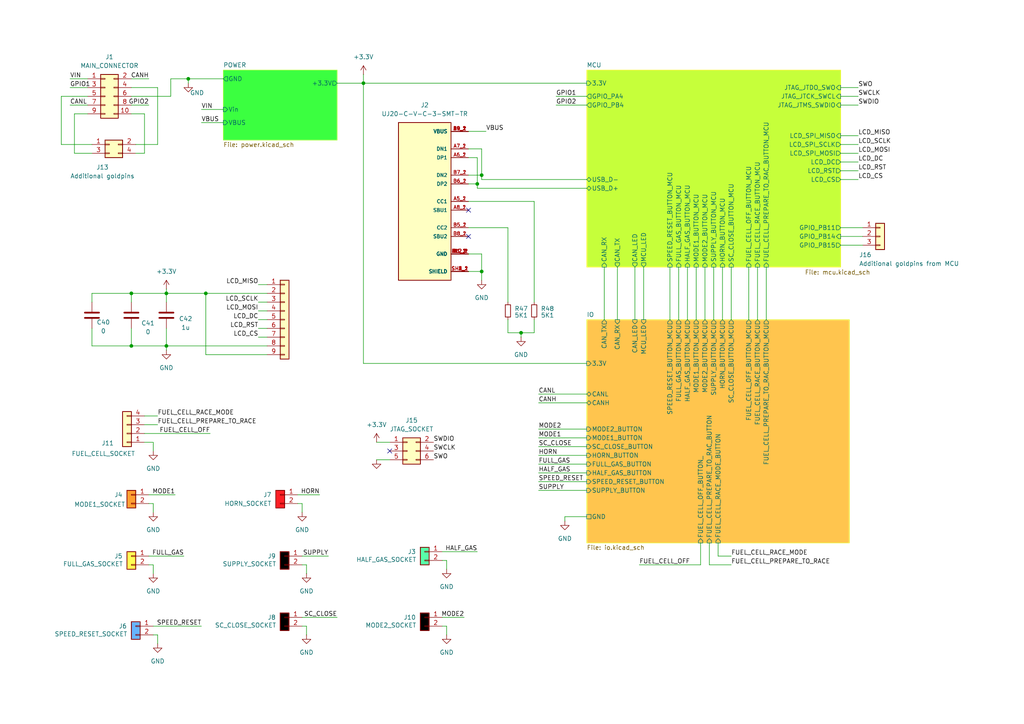
<source format=kicad_sch>
(kicad_sch (version 20250114) (generator "eeschema") (generator_version "9.0")
  (paper "A4")
  (lib_symbols
    (symbol "Conn_01x02_1" (pin_names (offset 1.016) (hide yes))
      (property "Reference" "J7" (at 2.54 0 0))
      (property "Value" "HORN_SOCKET" (at 2.54 -2.54 0))
      (symbol "Conn_01x02_1_1_1"
        (rectangle (start -1.27 1.27) (end 1.27 -3.81) (stroke (width 0.254)) (fill (type color) (color 255 30 36 1)))
        (rectangle (start -1.27 0.127) (end 0 -0.127) (stroke (width 0.1524)))
        (rectangle (start -1.27 -2.413) (end 0 -2.667) (stroke (width 0.1524)))
        (pin passive line (at -5.08 0 0) (length 3.81) (name "Pin_1") (number "1"))
        (pin passive line (at -5.08 -2.54 0) (length 3.81) (name "Pin_2") (number "2"))
      )
    )
    (symbol "Conn_01x02_2" (pin_names (offset 1.016) (hide yes))
      (property "Reference" "J3" (at 2.54 0 0))
      (property "Value" "HALF_GAS_SOCKET" (at 2.413 -2.286 0))
      (symbol "Conn_01x02_2_1_1"
        (rectangle (start -1.27 1.27) (end 1.27 -3.81) (stroke (width 0.254)) (fill (type color) (color 87 255 169 1)))
        (rectangle (start -1.27 0.127) (end 0 -0.127) (stroke (width 0.1524)))
        (rectangle (start -1.27 -2.413) (end 0 -2.667) (stroke (width 0.1524)))
        (pin passive line (at -5.08 0 0) (length 3.81) (name "Pin_1") (number "1"))
        (pin passive line (at -5.08 -2.54 0) (length 3.81) (name "Pin_2") (number "2"))
      )
    )
    (symbol "Conn_01x02_3" (pin_names (offset 1.016) (hide yes))
      (property "Reference" "J4" (at 2.54 0 0))
      (property "Value" "MODE1_SOCKET" (at 1.778 -2.794 0))
      (symbol "Conn_01x02_3_1_1"
        (rectangle (start -1.27 1.27) (end 1.27 -3.81) (stroke (width 0.254)) (fill (type color) (color 255 159 50 1)))
        (rectangle (start -1.27 0.127) (end 0 -0.127) (stroke (width 0.1524)))
        (rectangle (start -1.27 -2.413) (end 0 -2.667) (stroke (width 0.1524)))
        (pin passive line (at -5.08 0 0) (length 3.81) (name "Pin_1") (number "1"))
        (pin passive line (at -5.08 -2.54 0) (length 3.81) (name "Pin_2") (number "2"))
      )
    )
    (symbol "Conn_01x02_4" (pin_names (offset 1.016) (hide yes))
      (property "Reference" "J5" (at 2.54 0 0))
      (property "Value" "FULL_GAS_SOCKET" (at 2.413 -2.286 0))
      (symbol "Conn_01x02_4_1_1"
        (rectangle (start -1.27 1.27) (end 1.27 -3.81) (stroke (width 0.254)) (fill (type color) (color 255 255 83 1)))
        (rectangle (start -1.27 0.127) (end 0 -0.127) (stroke (width 0.1524)))
        (rectangle (start -1.27 -2.413) (end 0 -2.667) (stroke (width 0.1524)))
        (pin passive line (at -5.08 0 0) (length 3.81) (name "Pin_1") (number "1"))
        (pin passive line (at -5.08 -2.54 0) (length 3.81) (name "Pin_2") (number "2"))
      )
    )
    (symbol "Conn_01x02_5" (pin_names (offset 1.016) (hide yes))
      (property "Reference" "J6" (at 2.54 0 0))
      (property "Value" "SPEED_RESET_SOCKET" (at 2.413 -2.286 0))
      (symbol "Conn_01x02_5_1_1"
        (rectangle (start -1.27 1.27) (end 1.27 -3.81) (stroke (width 0.254)) (fill (type color) (color 102 180 255 1)))
        (rectangle (start -1.27 0.127) (end 0 -0.127) (stroke (width 0.1524)))
        (rectangle (start -1.27 -2.413) (end 0 -2.667) (stroke (width 0.1524)))
        (pin passive line (at -5.08 0 0) (length 3.81) (name "Pin_1") (number "1"))
        (pin passive line (at -5.08 -2.54 0) (length 3.81) (name "Pin_2") (number "2"))
      )
    )
    (symbol "Conn_01x02_6" (pin_names (offset 1.016) (hide yes))
      (property "Reference" "J9" (at 2.54 0 0))
      (property "Value" "SUPPLY_SOCKET" (at 2.413 -2.286 0))
      (symbol "Conn_01x02_6_1_1"
        (rectangle (start -1.27 1.27) (end 1.27 -3.81) (stroke (width 0.254)) (fill (type color) (color 0 0 0 1)))
        (rectangle (start -1.27 0.127) (end 0 -0.127) (stroke (width 0.1524)))
        (rectangle (start -1.27 -2.413) (end 0 -2.667) (stroke (width 0.1524)))
        (pin passive line (at -5.08 0 0) (length 3.81) (name "Pin_1") (number "1"))
        (pin passive line (at -5.08 -2.54 0) (length 3.81) (name "Pin_2") (number "2"))
      )
    )
    (symbol "Conn_01x02_7" (pin_names (offset 1.016) (hide yes))
      (property "Reference" "J8" (at 2.54 0 0))
      (property "Value" "SC_CLOSE_SOCKET" (at 2.413 -2.286 0))
      (symbol "Conn_01x02_7_1_1"
        (rectangle (start -1.27 1.27) (end 1.27 -3.81) (stroke (width 0.254)) (fill (type color) (color 0 0 0 1)))
        (rectangle (start -1.27 0.127) (end 0 -0.127) (stroke (width 0.1524)))
        (rectangle (start -1.27 -2.413) (end 0 -2.667) (stroke (width 0.1524)))
        (pin passive line (at -5.08 0 0) (length 3.81) (name "Pin_1") (number "1"))
        (pin passive line (at -5.08 -2.54 0) (length 3.81) (name "Pin_2") (number "2"))
      )
    )
    (symbol "Connector_Generic:Conn_01x02" (pin_names (offset 1.016) (hide yes))
      (property "Reference" "J10" (at 2.54 0 0))
      (property "Value" "MODE2_SOCKET" (at 2.413 -2.286 0))
      (symbol "Conn_01x02_1_1"
        (rectangle (start -1.27 1.27) (end 1.27 -3.81) (stroke (width 0.254)) (fill (type color) (color 0 0 0 1)))
        (rectangle (start -1.27 0.127) (end 0 -0.127) (stroke (width 0.1524)))
        (rectangle (start -1.27 -2.413) (end 0 -2.667) (stroke (width 0.1524)))
        (pin passive line (at -5.08 0 0) (length 3.81) (name "Pin_1") (number "1"))
        (pin passive line (at -5.08 -2.54 0) (length 3.81) (name "Pin_2") (number "2"))
      )
    )
    (symbol "Connector_Generic:Conn_01x03" (pin_names (offset 1.016) (hide yes))
      (property "Reference" "J" (at 0 5.08 0))
      (property "Value" "Conn_01x03" (at 0 -5.08 0))
      (symbol "Conn_01x03_1_1"
        (rectangle (start -1.27 3.81) (end 1.27 -3.81) (stroke (width 0.254)) (fill (type background)))
        (rectangle (start -1.27 2.667) (end 0 2.413) (stroke (width 0.1524)))
        (rectangle (start -1.27 0.127) (end 0 -0.127) (stroke (width 0.1524)))
        (rectangle (start -1.27 -2.413) (end 0 -2.667) (stroke (width 0.1524)))
        (pin passive line (at -5.08 2.54 0) (length 3.81) (name "Pin_1") (number "1"))
        (pin passive line (at -5.08 0 0) (length 3.81) (name "Pin_2") (number "2"))
        (pin passive line (at -5.08 -2.54 0) (length 3.81) (name "Pin_3") (number "3"))
      )
    )
    (symbol "Connector_Generic:Conn_01x04" (pin_names (offset 1.016) (hide yes))
      (property "Reference" "J" (at 0 5.08 0))
      (property "Value" "Conn_01x04" (at 0 -7.62 0))
      (symbol "Conn_01x04_1_1"
        (rectangle (start -1.27 3.81) (end 1.27 -6.35) (stroke (width 0.254)) (fill (type background)))
        (rectangle (start -1.27 2.667) (end 0 2.413) (stroke (width 0.1524)))
        (rectangle (start -1.27 0.127) (end 0 -0.127) (stroke (width 0.1524)))
        (rectangle (start -1.27 -2.413) (end 0 -2.667) (stroke (width 0.1524)))
        (rectangle (start -1.27 -4.953) (end 0 -5.207) (stroke (width 0.1524)))
        (pin passive line (at -5.08 2.54 0) (length 3.81) (name "Pin_1") (number "1"))
        (pin passive line (at -5.08 0 0) (length 3.81) (name "Pin_2") (number "2"))
        (pin passive line (at -5.08 -2.54 0) (length 3.81) (name "Pin_3") (number "3"))
        (pin passive line (at -5.08 -5.08 0) (length 3.81) (name "Pin_4") (number "4"))
      )
    )
    (symbol "Connector_Generic:Conn_01x09" (pin_names (offset 1.016) (hide yes))
      (property "Reference" "J" (at 0 12.7 0))
      (property "Value" "Conn_01x09" (at 0 -12.7 0))
      (symbol "Conn_01x09_1_1"
        (rectangle (start -1.27 11.43) (end 1.27 -11.43) (stroke (width 0.254)) (fill (type background)))
        (rectangle (start -1.27 10.287) (end 0 10.033) (stroke (width 0.1524)))
        (rectangle (start -1.27 7.747) (end 0 7.493) (stroke (width 0.1524)))
        (rectangle (start -1.27 5.207) (end 0 4.953) (stroke (width 0.1524)))
        (rectangle (start -1.27 2.667) (end 0 2.413) (stroke (width 0.1524)))
        (rectangle (start -1.27 0.127) (end 0 -0.127) (stroke (width 0.1524)))
        (rectangle (start -1.27 -2.413) (end 0 -2.667) (stroke (width 0.1524)))
        (rectangle (start -1.27 -4.953) (end 0 -5.207) (stroke (width 0.1524)))
        (rectangle (start -1.27 -7.493) (end 0 -7.747) (stroke (width 0.1524)))
        (rectangle (start -1.27 -10.033) (end 0 -10.287) (stroke (width 0.1524)))
        (pin passive line (at -5.08 10.16 0) (length 3.81) (name "Pin_1") (number "1"))
        (pin passive line (at -5.08 7.62 0) (length 3.81) (name "Pin_2") (number "2"))
        (pin passive line (at -5.08 5.08 0) (length 3.81) (name "Pin_3") (number "3"))
        (pin passive line (at -5.08 2.54 0) (length 3.81) (name "Pin_4") (number "4"))
        (pin passive line (at -5.08 0 0) (length 3.81) (name "Pin_5") (number "5"))
        (pin passive line (at -5.08 -2.54 0) (length 3.81) (name "Pin_6") (number "6"))
        (pin passive line (at -5.08 -5.08 0) (length 3.81) (name "Pin_7") (number "7"))
        (pin passive line (at -5.08 -7.62 0) (length 3.81) (name "Pin_8") (number "8"))
        (pin passive line (at -5.08 -10.16 0) (length 3.81) (name "Pin_9") (number "9"))
      )
    )
    (symbol "Connector_Generic:Conn_02x02_Odd_Even" (pin_names (offset 1.016) (hide yes))
      (property "Reference" "J" (at 1.27 2.54 0))
      (property "Value" "Conn_02x02_Odd_Even" (at 1.27 -5.08 0))
      (symbol "Conn_02x02_Odd_Even_1_1"
        (rectangle (start -1.27 1.27) (end 3.81 -3.81) (stroke (width 0.254)) (fill (type background)))
        (rectangle (start -1.27 0.127) (end 0 -0.127) (stroke (width 0.1524)))
        (rectangle (start -1.27 -2.413) (end 0 -2.667) (stroke (width 0.1524)))
        (rectangle (start 3.81 0.127) (end 2.54 -0.127) (stroke (width 0.1524)))
        (rectangle (start 3.81 -2.413) (end 2.54 -2.667) (stroke (width 0.1524)))
        (pin passive line (at -5.08 0 0) (length 3.81) (name "Pin_1") (number "1"))
        (pin passive line (at -5.08 -2.54 0) (length 3.81) (name "Pin_3") (number "3"))
        (pin passive line (at 7.62 0 180) (length 3.81) (name "Pin_2") (number "2"))
        (pin passive line (at 7.62 -2.54 180) (length 3.81) (name "Pin_4") (number "4"))
      )
    )
    (symbol "Connector_Generic:Conn_02x03_Odd_Even" (pin_names (offset 1.016) (hide yes))
      (property "Reference" "J" (at 1.27 5.08 0))
      (property "Value" "Conn_02x03_Odd_Even" (at 1.27 -5.08 0))
      (symbol "Conn_02x03_Odd_Even_1_1"
        (rectangle (start -1.27 3.81) (end 3.81 -3.81) (stroke (width 0.254)) (fill (type background)))
        (rectangle (start -1.27 2.667) (end 0 2.413) (stroke (width 0.1524)))
        (rectangle (start -1.27 0.127) (end 0 -0.127) (stroke (width 0.1524)))
        (rectangle (start -1.27 -2.413) (end 0 -2.667) (stroke (width 0.1524)))
        (rectangle (start 3.81 2.667) (end 2.54 2.413) (stroke (width 0.1524)))
        (rectangle (start 3.81 0.127) (end 2.54 -0.127) (stroke (width 0.1524)))
        (rectangle (start 3.81 -2.413) (end 2.54 -2.667) (stroke (width 0.1524)))
        (pin passive line (at -5.08 2.54 0) (length 3.81) (name "Pin_1") (number "1"))
        (pin passive line (at -5.08 0 0) (length 3.81) (name "Pin_3") (number "3"))
        (pin passive line (at -5.08 -2.54 0) (length 3.81) (name "Pin_5") (number "5"))
        (pin passive line (at 7.62 2.54 180) (length 3.81) (name "Pin_2") (number "2"))
        (pin passive line (at 7.62 0 180) (length 3.81) (name "Pin_4") (number "4"))
        (pin passive line (at 7.62 -2.54 180) (length 3.81) (name "Pin_6") (number "6"))
      )
    )
    (symbol "Connector_Generic:Conn_02x05_Odd_Even" (pin_names (offset 1.016) (hide yes))
      (property "Reference" "J" (at 1.27 7.62 0))
      (property "Value" "Conn_02x05_Odd_Even" (at 1.27 -7.62 0))
      (symbol "Conn_02x05_Odd_Even_1_1"
        (rectangle (start -1.27 6.35) (end 3.81 -6.35) (stroke (width 0.254)) (fill (type background)))
        (rectangle (start -1.27 5.207) (end 0 4.953) (stroke (width 0.1524)))
        (rectangle (start -1.27 2.667) (end 0 2.413) (stroke (width 0.1524)))
        (rectangle (start -1.27 0.127) (end 0 -0.127) (stroke (width 0.1524)))
        (rectangle (start -1.27 -2.413) (end 0 -2.667) (stroke (width 0.1524)))
        (rectangle (start -1.27 -4.953) (end 0 -5.207) (stroke (width 0.1524)))
        (rectangle (start 3.81 5.207) (end 2.54 4.953) (stroke (width 0.1524)))
        (rectangle (start 3.81 2.667) (end 2.54 2.413) (stroke (width 0.1524)))
        (rectangle (start 3.81 0.127) (end 2.54 -0.127) (stroke (width 0.1524)))
        (rectangle (start 3.81 -2.413) (end 2.54 -2.667) (stroke (width 0.1524)))
        (rectangle (start 3.81 -4.953) (end 2.54 -5.207) (stroke (width 0.1524)))
        (pin passive line (at -5.08 5.08 0) (length 3.81) (name "Pin_1") (number "1"))
        (pin passive line (at -5.08 2.54 0) (length 3.81) (name "Pin_3") (number "3"))
        (pin passive line (at -5.08 0 0) (length 3.81) (name "Pin_5") (number "5"))
        (pin passive line (at -5.08 -2.54 0) (length 3.81) (name "Pin_7") (number "7"))
        (pin passive line (at -5.08 -5.08 0) (length 3.81) (name "Pin_9") (number "9"))
        (pin passive line (at 7.62 5.08 180) (length 3.81) (name "Pin_2") (number "2"))
        (pin passive line (at 7.62 2.54 180) (length 3.81) (name "Pin_4") (number "4"))
        (pin passive line (at 7.62 0 180) (length 3.81) (name "Pin_6") (number "6"))
        (pin passive line (at 7.62 -2.54 180) (length 3.81) (name "Pin_8") (number "8"))
        (pin passive line (at 7.62 -5.08 180) (length 3.81) (name "Pin_10") (number "10"))
      )
    )
    (symbol "Device:C" (pin_numbers (hide yes)) (pin_names (offset 0.254))
      (property "Reference" "C" (at 0.635 2.54 0))
      (property "Value" "C" (at 0.635 -2.54 0))
      (symbol "C_0_1"
        (polyline (pts (xy -2.032 0.762) (xy 2.032 0.762)) (stroke (width 0.508)))
        (polyline (pts (xy -2.032 -0.762) (xy 2.032 -0.762)) (stroke (width 0.508)))
      )
      (symbol "C_1_1"
        (pin passive line (at 0 3.81 270) (length 2.794) (name "~") (number "1"))
        (pin passive line (at 0 -3.81 90) (length 2.794) (name "~") (number "2"))
      )
    )
    (symbol "Device:R_Small" (pin_numbers (hide yes)) (pin_names (offset 0.254) (hide yes))
      (property "Reference" "R" (at 0.762 0.508 0))
      (property "Value" "R_Small" (at 0.762 -1.016 0))
      (symbol "R_Small_0_1"
        (rectangle (start -0.762 1.778) (end 0.762 -1.778) (stroke (width 0.2032)))
      )
      (symbol "R_Small_1_1"
        (pin passive line (at 0 2.54 270) (length 0.762) (name "~") (number "1"))
        (pin passive line (at 0 -2.54 90) (length 0.762) (name "~") (number "2"))
      )
    )
    (symbol "GND_1" (power) (pin_numbers (hide yes)) (pin_names (offset 0) (hide yes))
      (property "Value" "GND" (at 0 -3.81 0))
      (symbol "GND_1_0_1"
        (polyline (pts (xy 0 0) (xy 0 -1.27) (xy 1.27 -1.27) (xy 0 -2.54) (xy -1.27 -1.27) (xy 0 -1.27)))
      )
      (symbol "GND_1_1_1"
        (pin power_in line (at 0 0 270) (length 0) (name "~") (number "1"))
      )
    )
    (symbol "GND_2" (power) (pin_numbers (hide yes)) (pin_names (offset 0) (hide yes))
      (property "Value" "GND" (at 0 -3.81 0))
      (symbol "GND_2_0_1"
        (polyline (pts (xy 0 0) (xy 0 -1.27) (xy 1.27 -1.27) (xy 0 -2.54) (xy -1.27 -1.27) (xy 0 -1.27)))
      )
      (symbol "GND_2_1_1"
        (pin power_in line (at 0 0 270) (length 0) (name "~") (number "1"))
      )
    )
    (symbol "GND_4" (power) (pin_numbers (hide yes)) (pin_names (offset 0) (hide yes))
      (property "Value" "GND" (at 0 -3.81 0))
      (symbol "GND_4_0_1"
        (polyline (pts (xy 0 0) (xy 0 -1.27) (xy 1.27 -1.27) (xy 0 -2.54) (xy -1.27 -1.27) (xy 0 -1.27)))
      )
      (symbol "GND_4_1_1"
        (pin power_in line (at 0 0 270) (length 0) (name "~") (number "1"))
      )
    )
    (symbol "GND_5" (power) (pin_numbers (hide yes)) (pin_names (offset 0) (hide yes))
      (property "Value" "GND" (at 0 -3.81 0))
      (symbol "GND_5_0_1"
        (polyline (pts (xy 0 0) (xy 0 -1.27) (xy 1.27 -1.27) (xy 0 -2.54) (xy -1.27 -1.27) (xy 0 -1.27)))
      )
      (symbol "GND_5_1_1"
        (pin power_in line (at 0 0 270) (length 0) (name "~") (number "1"))
      )
    )
    (symbol "UJ20-C-V-C-3-SMT-TR:UJ20-C-V-C-3-SMT-TR" (pin_names (offset 1.016))
      (property "Reference" "J" (at -7.62 23.622 0))
      (property "Value" "UJ20-C-V-C-3-SMT-TR" (at -7.62 -25.4 0))
      (symbol "UJ20-C-V-C-3-SMT-TR_0_0"
        (rectangle (start -7.62 -22.86) (end 7.62 22.86) (stroke (width 0.254)) (fill (type background)))
        (pin passive line (at 12.7 20.32 180) (length 5.08) (name "VBUS") (number "A4_1"))
        (pin passive line (at 12.7 20.32 180) (length 5.08) (name "VBUS") (number "A4_2"))
        (pin passive line (at 12.7 20.32 180) (length 5.08) (name "VBUS") (number "A9_1"))
        (pin passive line (at 12.7 20.32 180) (length 5.08) (name "VBUS") (number "A9_2"))
        (pin passive line (at 12.7 20.32 180) (length 5.08) (name "VBUS") (number "B4_1"))
        (pin passive line (at 12.7 20.32 180) (length 5.08) (name "VBUS") (number "B4_2"))
        (pin passive line (at 12.7 20.32 180) (length 5.08) (name "VBUS") (number "B9_1"))
        (pin passive line (at 12.7 20.32 180) (length 5.08) (name "VBUS") (number "B9_2"))
        (pin passive line (at 12.7 15.24 180) (length 5.08) (name "DN1") (number "A7_1"))
        (pin passive line (at 12.7 15.24 180) (length 5.08) (name "DN1") (number "A7_2"))
        (pin passive line (at 12.7 12.7 180) (length 5.08) (name "DP1") (number "A6_1"))
        (pin passive line (at 12.7 12.7 180) (length 5.08) (name "DP1") (number "A6_2"))
        (pin passive line (at 12.7 7.62 180) (length 5.08) (name "DN2") (number "B7_1"))
        (pin passive line (at 12.7 7.62 180) (length 5.08) (name "DN2") (number "B7_2"))
        (pin passive line (at 12.7 5.08 180) (length 5.08) (name "DP2") (number "B6_1"))
        (pin passive line (at 12.7 5.08 180) (length 5.08) (name "DP2") (number "B6_2"))
        (pin passive line (at 12.7 0 180) (length 5.08) (name "CC1") (number "A5_1"))
        (pin passive line (at 12.7 0 180) (length 5.08) (name "CC1") (number "A5_2"))
        (pin passive line (at 12.7 -2.54 180) (length 5.08) (name "SBU1") (number "A8_1"))
        (pin passive line (at 12.7 -2.54 180) (length 5.08) (name "SBU1") (number "A8_2"))
        (pin passive line (at 12.7 -7.62 180) (length 5.08) (name "CC2") (number "B5_1"))
        (pin passive line (at 12.7 -7.62 180) (length 5.08) (name "CC2") (number "B5_2"))
        (pin passive line (at 12.7 -10.16 180) (length 5.08) (name "SBU2") (number "B8_1"))
        (pin passive line (at 12.7 -10.16 180) (length 5.08) (name "SBU2") (number "B8_2"))
        (pin passive line (at 12.7 -15.24 180) (length 5.08) (name "GND") (number "A12_1"))
        (pin passive line (at 12.7 -15.24 180) (length 5.08) (name "GND") (number "A12_2"))
        (pin passive line (at 12.7 -15.24 180) (length 5.08) (name "GND") (number "A1_1"))
        (pin passive line (at 12.7 -15.24 180) (length 5.08) (name "GND") (number "A1_2"))
        (pin passive line (at 12.7 -15.24 180) (length 5.08) (name "GND") (number "B12_1"))
        (pin passive line (at 12.7 -15.24 180) (length 5.08) (name "GND") (number "B12_2"))
        (pin passive line (at 12.7 -15.24 180) (length 5.08) (name "GND") (number "B1_1"))
        (pin passive line (at 12.7 -15.24 180) (length 5.08) (name "GND") (number "B1_2"))
        (pin passive line (at 12.7 -20.32 180) (length 5.08) (name "SHIELD") (number "SH1_1"))
        (pin passive line (at 12.7 -20.32 180) (length 5.08) (name "SHIELD") (number "SH1_2"))
        (pin passive line (at 12.7 -20.32 180) (length 5.08) (name "SHIELD") (number "SH2_1"))
        (pin passive line (at 12.7 -20.32 180) (length 5.08) (name "SHIELD") (number "SH2_2"))
        (pin passive line (at 12.7 -20.32 180) (length 5.08) (name "SHIELD") (number "SH3_1"))
        (pin passive line (at 12.7 -20.32 180) (length 5.08) (name "SHIELD") (number "SH3_2"))
        (pin passive line (at 12.7 -20.32 180) (length 5.08) (name "SHIELD") (number "SH4_1"))
        (pin passive line (at 12.7 -20.32 180) (length 5.08) (name "SHIELD") (number "SH4_2"))
      )
    )
    (symbol "power:+3.3V" (power) (pin_numbers (hide yes)) (pin_names (offset 0) (hide yes))
      (property "Value" "+3.3V" (at 0 3.556 0))
      (symbol "+3.3V_0_1"
        (polyline (pts (xy -0.762 1.27) (xy 0 2.54)))
        (polyline (pts (xy 0 2.54) (xy 0.762 1.27)))
        (polyline (pts (xy 0 0) (xy 0 2.54)))
      )
      (symbol "+3.3V_1_1"
        (pin power_in line (at 0 0 90) (length 0) (name "~") (number "1"))
      )
    )
    (symbol "power:GND" (power) (pin_numbers (hide yes)) (pin_names (offset 0) (hide yes))
      (property "Value" "GND" (at 0 -3.81 0))
      (symbol "GND_0_1"
        (polyline (pts (xy 0 0) (xy 0 -1.27) (xy 1.27 -1.27) (xy 0 -2.54) (xy -1.27 -1.27) (xy 0 -1.27)))
      )
      (symbol "GND_1_1"
        (pin power_in line (at 0 0 270) (length 0) (name "~") (number "1"))
      )
    )
  )
  (junction (at 48.26 85.09))
  (junction (at 151.13 96.52))
  (junction (at 138.43 53.34))
  (junction (at 38.1 85.09))
  (junction (at 59.69 85.09))
  (junction (at 139.7 78.74))
  (junction (at 54.61 22.86))
  (junction (at 105.41 24.13))
  (junction (at 38.1 100.33))
  (junction (at 48.26 100.33))
  (junction (at 139.7 50.8))
  (no_connect (at 113.03 130.81))
  (no_connect (at 135.89 68.58))
  (no_connect (at 135.89 60.96))
  (wire (pts (xy 48.26 83.82) (xy 48.26 85.09)))
  (wire (pts (xy 44.45 163.83) (xy 43.18 163.83)))
  (wire (pts (xy 17.78 41.91) (xy 17.78 27.94)))
  (wire (pts (xy 129.54 162.56) (xy 128.27 162.56)))
  (wire (pts (xy 53.34 161.29) (xy 43.18 161.29)))
  (wire (pts (xy 20.32 25.4) (xy 25.4 25.4)))
  (wire (pts (xy 135.89 73.66) (xy 139.7 73.66)))
  (wire (pts (xy 243.84 71.12) (xy 250.19 71.12)))
  (wire (pts (xy 129.54 184.15) (xy 129.54 181.61)))
  (wire (pts (xy 92.71 143.51) (xy 86.36 143.51)))
  (wire (pts (xy 139.7 78.74) (xy 139.7 81.28)))
  (wire (pts (xy 54.61 22.86) (xy 54.61 24.13)))
  (wire (pts (xy 88.9 184.15) (xy 88.9 181.61)))
  (wire (pts (xy 25.4 33.02) (xy 21.59 33.02)))
  (wire (pts (xy 41.91 120.65) (xy 45.72 120.65)))
  (wire (pts (xy 88.9 163.83) (xy 87.63 163.83)))
  (wire (pts (xy 77.47 92.71) (xy 74.93 92.71)))
  (wire (pts (xy 129.54 165.1) (xy 129.54 162.56)))
  (wire (pts (xy 44.45 128.27) (xy 44.45 130.81)))
  (wire (pts (xy 41.91 125.73) (xy 60.96 125.73)))
  (wire (pts (xy 179.07 77.47) (xy 179.07 92.71)))
  (wire (pts (xy 135.89 45.72) (xy 138.43 45.72)))
  (wire (pts (xy 41.91 123.19) (xy 45.72 123.19)))
  (wire (pts (xy 97.79 24.13) (xy 105.41 24.13)))
  (wire (pts (xy 204.47 77.47) (xy 204.47 92.71)))
  (wire (pts (xy 41.91 128.27) (xy 44.45 128.27)))
  (wire (pts (xy 105.41 105.41) (xy 105.41 24.13)))
  (wire (pts (xy 147.32 66.04) (xy 147.32 87.63)))
  (wire (pts (xy 205.74 157.48) (xy 205.74 163.83)))
  (wire (pts (xy 194.31 77.47) (xy 194.31 92.71)))
  (wire (pts (xy 45.72 186.69) (xy 45.72 184.15)))
  (wire (pts (xy 21.59 44.45) (xy 26.67 44.45)))
  (wire (pts (xy 156.21 132.08) (xy 170.18 132.08)))
  (wire (pts (xy 26.67 100.33) (xy 38.1 100.33)))
  (wire (pts (xy 154.94 58.42) (xy 154.94 87.63)))
  (wire (pts (xy 88.9 181.61) (xy 87.63 181.61)))
  (wire (pts (xy 205.74 163.83) (xy 212.09 163.83)))
  (wire (pts (xy 87.63 161.29) (xy 95.25 161.29)))
  (wire (pts (xy 154.94 96.52) (xy 154.94 92.71)))
  (wire (pts (xy 156.21 127) (xy 170.18 127)))
  (wire (pts (xy 186.69 77.47) (xy 186.69 92.71)))
  (wire (pts (xy 156.21 134.62) (xy 170.18 134.62)))
  (wire (pts (xy 135.89 66.04) (xy 147.32 66.04)))
  (wire (pts (xy 26.67 95.25) (xy 26.67 100.33)))
  (wire (pts (xy 243.84 39.37) (xy 248.92 39.37)))
  (wire (pts (xy 58.42 181.61) (xy 44.45 181.61)))
  (wire (pts (xy 163.83 149.86) (xy 170.18 149.86)))
  (wire (pts (xy 156.21 116.84) (xy 170.18 116.84)))
  (wire (pts (xy 26.67 85.09) (xy 26.67 87.63)))
  (wire (pts (xy 134.62 179.07) (xy 128.27 179.07)))
  (wire (pts (xy 139.7 52.07) (xy 139.7 50.8)))
  (wire (pts (xy 105.41 24.13) (xy 170.18 24.13)))
  (wire (pts (xy 20.32 22.86) (xy 25.4 22.86)))
  (wire (pts (xy 48.26 85.09) (xy 38.1 85.09)))
  (wire (pts (xy 87.63 148.59) (xy 87.63 146.05)))
  (wire (pts (xy 135.89 58.42) (xy 154.94 58.42)))
  (wire (pts (xy 151.13 96.52) (xy 154.94 96.52)))
  (wire (pts (xy 129.54 181.61) (xy 128.27 181.61)))
  (wire (pts (xy 38.1 25.4) (xy 45.72 25.4)))
  (wire (pts (xy 222.25 77.47) (xy 222.25 92.71)))
  (wire (pts (xy 135.89 50.8) (xy 139.7 50.8)))
  (wire (pts (xy 156.21 129.54) (xy 170.18 129.54)))
  (wire (pts (xy 17.78 27.94) (xy 25.4 27.94)))
  (wire (pts (xy 54.61 22.86) (xy 64.77 22.86)))
  (wire (pts (xy 243.84 27.94) (xy 248.92 27.94)))
  (wire (pts (xy 243.84 44.45) (xy 248.92 44.45)))
  (wire (pts (xy 243.84 52.07) (xy 248.92 52.07)))
  (wire (pts (xy 135.89 43.18) (xy 139.7 43.18)))
  (wire (pts (xy 54.61 22.86) (xy 49.53 22.86)))
  (wire (pts (xy 156.21 124.46) (xy 170.18 124.46)))
  (wire (pts (xy 49.53 22.86) (xy 49.53 27.94)))
  (wire (pts (xy 45.72 41.91) (xy 39.37 41.91)))
  (wire (pts (xy 49.53 27.94) (xy 38.1 27.94)))
  (wire (pts (xy 41.91 33.02) (xy 41.91 44.45)))
  (wire (pts (xy 161.29 27.94) (xy 170.18 27.94)))
  (wire (pts (xy 243.84 46.99) (xy 248.92 46.99)))
  (wire (pts (xy 88.9 166.37) (xy 88.9 163.83)))
  (wire (pts (xy 207.01 77.47) (xy 207.01 92.71)))
  (wire (pts (xy 97.79 179.07) (xy 87.63 179.07)))
  (wire (pts (xy 43.18 30.48) (xy 38.1 30.48)))
  (wire (pts (xy 44.45 146.05) (xy 43.18 146.05)))
  (wire (pts (xy 201.93 77.47) (xy 201.93 92.71)))
  (wire (pts (xy 58.42 35.56) (xy 64.77 35.56)))
  (wire (pts (xy 170.18 105.41) (xy 105.41 105.41)))
  (wire (pts (xy 77.47 82.55) (xy 74.93 82.55)))
  (wire (pts (xy 44.45 166.37) (xy 44.45 163.83)))
  (wire (pts (xy 38.1 100.33) (xy 48.26 100.33)))
  (wire (pts (xy 138.43 160.02) (xy 128.27 160.02)))
  (wire (pts (xy 243.84 41.91) (xy 248.92 41.91)))
  (wire (pts (xy 21.59 33.02) (xy 21.59 44.45)))
  (wire (pts (xy 135.89 53.34) (xy 138.43 53.34)))
  (wire (pts (xy 163.83 151.13) (xy 163.83 149.86)))
  (wire (pts (xy 135.89 38.1) (xy 140.97 38.1)))
  (wire (pts (xy 156.21 139.7) (xy 170.18 139.7)))
  (wire (pts (xy 138.43 54.61) (xy 138.43 53.34)))
  (wire (pts (xy 135.89 78.74) (xy 139.7 78.74)))
  (wire (pts (xy 105.41 21.59) (xy 105.41 24.13)))
  (wire (pts (xy 109.22 128.27) (xy 113.03 128.27)))
  (wire (pts (xy 156.21 114.3) (xy 170.18 114.3)))
  (wire (pts (xy 156.21 142.24) (xy 170.18 142.24)))
  (wire (pts (xy 212.09 161.29) (xy 208.28 161.29)))
  (wire (pts (xy 243.84 68.58) (xy 250.19 68.58)))
  (wire (pts (xy 38.1 87.63) (xy 38.1 85.09)))
  (wire (pts (xy 208.28 157.48) (xy 208.28 161.29)))
  (wire (pts (xy 151.13 96.52) (xy 151.13 97.79)))
  (wire (pts (xy 243.84 25.4) (xy 248.92 25.4)))
  (wire (pts (xy 44.45 148.59) (xy 44.45 146.05)))
  (wire (pts (xy 41.91 44.45) (xy 39.37 44.45)))
  (wire (pts (xy 45.72 25.4) (xy 45.72 41.91)))
  (wire (pts (xy 217.17 77.47) (xy 217.17 92.71)))
  (wire (pts (xy 196.85 77.47) (xy 196.85 92.71)))
  (wire (pts (xy 139.7 73.66) (xy 139.7 78.74)))
  (wire (pts (xy 212.09 77.47) (xy 212.09 92.71)))
  (wire (pts (xy 38.1 85.09) (xy 26.67 85.09)))
  (wire (pts (xy 58.42 31.75) (xy 64.77 31.75)))
  (wire (pts (xy 48.26 85.09) (xy 59.69 85.09)))
  (wire (pts (xy 185.42 163.83) (xy 203.2 163.83)))
  (wire (pts (xy 243.84 49.53) (xy 248.92 49.53)))
  (wire (pts (xy 48.26 100.33) (xy 48.26 101.6)))
  (wire (pts (xy 156.21 137.16) (xy 170.18 137.16)))
  (wire (pts (xy 203.2 157.48) (xy 203.2 163.83)))
  (wire (pts (xy 109.22 133.35) (xy 113.03 133.35)))
  (wire (pts (xy 219.71 77.47) (xy 219.71 92.71)))
  (wire (pts (xy 38.1 33.02) (xy 41.91 33.02)))
  (wire (pts (xy 38.1 22.86) (xy 43.18 22.86)))
  (wire (pts (xy 77.47 102.87) (xy 59.69 102.87)))
  (wire (pts (xy 45.72 184.15) (xy 44.45 184.15)))
  (wire (pts (xy 48.26 95.25) (xy 48.26 100.33)))
  (wire (pts (xy 243.84 66.04) (xy 250.19 66.04)))
  (wire (pts (xy 48.26 85.09) (xy 48.26 87.63)))
  (wire (pts (xy 77.47 95.25) (xy 74.93 95.25)))
  (wire (pts (xy 48.26 100.33) (xy 77.47 100.33)))
  (wire (pts (xy 184.15 77.47) (xy 184.15 92.71)))
  (wire (pts (xy 147.32 92.71) (xy 147.32 96.52)))
  (wire (pts (xy 199.39 77.47) (xy 199.39 92.71)))
  (wire (pts (xy 138.43 54.61) (xy 170.18 54.61)))
  (wire (pts (xy 25.4 30.48) (xy 20.32 30.48)))
  (wire (pts (xy 77.47 87.63) (xy 74.93 87.63)))
  (wire (pts (xy 59.69 102.87) (xy 59.69 85.09)))
  (wire (pts (xy 175.26 77.47) (xy 175.26 92.71)))
  (wire (pts (xy 138.43 45.72) (xy 138.43 53.34)))
  (wire (pts (xy 161.29 30.48) (xy 170.18 30.48)))
  (wire (pts (xy 77.47 97.79) (xy 74.93 97.79)))
  (wire (pts (xy 43.18 143.51) (xy 50.8 143.51)))
  (wire (pts (xy 77.47 90.17) (xy 74.93 90.17)))
  (wire (pts (xy 59.69 85.09) (xy 77.47 85.09)))
  (wire (pts (xy 139.7 52.07) (xy 170.18 52.07)))
  (wire (pts (xy 87.63 146.05) (xy 86.36 146.05)))
  (wire (pts (xy 139.7 43.18) (xy 139.7 50.8)))
  (wire (pts (xy 243.84 30.48) (xy 248.92 30.48)))
  (wire (pts (xy 147.32 96.52) (xy 151.13 96.52)))
  (wire (pts (xy 209.55 77.47) (xy 209.55 92.71)))
  (wire (pts (xy 26.67 41.91) (xy 17.78 41.91)))
  (wire (pts (xy 38.1 95.25) (xy 38.1 100.33)))
  (label "CANL" (at 156.21 114.3 0))
  (label "LCD_RST" (at 74.93 95.25 180))
  (label "LCD_SCLK" (at 74.93 87.63 180))
  (label "MODE2" (at 156.21 124.46 0))
  (label "FUEL_CELL_PREPARE_TO_RACE" (at 45.72 123.19 0))
  (label "SPEED_RESET" (at 156.21 139.7 0))
  (label "VIN" (at 58.42 31.75 0))
  (label "CANL" (at 20.32 30.48 0))
  (label "SUPPLY" (at 156.21 142.24 0))
  (label "FULL_GAS" (at 53.34 161.29 180))
  (label "LCD_SCLK" (at 248.92 41.91 0))
  (label "VBUS" (at 140.97 38.1 0))
  (label "LCD_CS" (at 248.92 52.07 0))
  (label "GPIO1" (at 20.32 25.4 0))
  (label "FULL_GAS" (at 156.21 134.62 0))
  (label "FUEL_CELL_PREPARE_TO_RACE" (at 212.09 163.83 0))
  (label "HORN" (at 92.71 143.51 180))
  (label "SWCLK" (at 248.92 27.94 0))
  (label "FUEL_CELL_RACE_MODE" (at 45.72 120.65 0))
  (label "LCD_MISO" (at 248.92 39.37 0))
  (label "HORN" (at 156.21 132.08 0))
  (label "GPIO2" (at 43.18 30.48 180))
  (label "LCD_DC" (at 248.92 46.99 0))
  (label "SWO" (at 125.73 133.35 0))
  (label "SPEED_RESET" (at 58.42 181.61 180))
  (label "MODE2" (at 134.62 179.07 180))
  (label "HALF_GAS" (at 138.43 160.02 180))
  (label "SWDIO" (at 125.73 128.27 0))
  (label "LCD_MOSI" (at 248.92 44.45 0))
  (label "FUEL_CELL_RACE_MODE" (at 212.09 161.29 0))
  (label "LCD_MOSI" (at 74.93 90.17 180))
  (label "LCD_CS" (at 74.93 97.79 180))
  (label "SWO" (at 248.92 25.4 0))
  (label "LCD_MISO" (at 74.93 82.55 180))
  (label "CANH" (at 156.21 116.84 0))
  (label "FUEL_CELL_OFF" (at 60.96 125.73 180))
  (label "LCD_DC" (at 74.93 92.71 180))
  (label "CANH" (at 43.18 22.86 180))
  (label "SWCLK" (at 125.73 130.81 0))
  (label "SWDIO" (at 248.92 30.48 0))
  (label "VBUS" (at 58.42 35.56 0))
  (label "MODE1" (at 50.8 143.51 180))
  (label "LCD_RST" (at 248.92 49.53 0))
  (label "SC_CLOSE" (at 97.79 179.07 180))
  (label "VIN" (at 20.32 22.86 0))
  (label "SUPPLY" (at 95.25 161.29 180))
  (label "SC_CLOSE" (at 156.21 129.54 0))
  (label "HALF_GAS" (at 156.21 137.16 0))
  (label "MODE1" (at 156.21 127 0))
  (label "GPIO1" (at 161.29 27.94 0))
  (label "FUEL_CELL_OFF" (at 185.42 163.83 0))
  (label "GPIO2" (at 161.29 30.48 0))
  (symbol (lib_id "Connector_Generic:Conn_02x02_Odd_Even") (at 31.75 41.91 0) (unit 1)
    (property "Reference" "J13" (at 29.718 48.514 0))
    (property "Value" "Additional goldpins" (at 29.718 51.054 0))
    (property "Footprint" "Connector_PinHeader_2.54mm:PinHeader_2x02_P2.54mm_Vertical" (effects (hide yes)))
    (property "Description" "Generic connector, double row, 02x02, odd/even pin numbering scheme (row 1 odd numbers, row 2 even numbers), script generated (kicad-library-utils/schlib/autogen/connector/)" (effects (hide yes)))
  )
  (symbol (lib_id "Connector_Generic:Conn_01x03") (at 255.27 68.58 0) (unit 1)
    (property "Reference" "J16" (at 249.174 73.914 0) (effects (justify left)))
    (property "Value" "Additional goldpins from MCU" (at 249.174 76.454 0) (effects (justify left)))
    (property "Footprint" "Connector_PinHeader_2.54mm:PinHeader_1x03_P2.54mm_Vertical" (effects (hide yes)))
    (property "Description" "Generic connector, single row, 01x03, script generated (kicad-library-utils/schlib/autogen/connector/)" (effects (hide yes)))
  )
  (symbol (lib_id "Device:R_Small") (at 147.32 90.17 0) (unit 1)
    (property "Reference" "R47" (at 149.225 89.535 0) (effects (justify left)))
    (property "Value" "5K1" (at 149.225 91.44 0) (effects (justify left)))
    (property "Footprint" "Resistor_SMD:R_1206_3216Metric" (effects (hide yes)))
  )
  (symbol (lib_id "power:+3.3V") (at 109.22 128.27 0) (unit 1)
    (property "Reference" "#PWR077" (effects (hide yes)))
    (property "Value" "+3.3V" (at 109.22 123.19 0))
    (property "Description" "Power symbol creates a global label with name \"+3.3V\"" (effects (hide yes)))
  )
  (symbol (lib_id "power:+3.3V") (at 105.41 21.59 0) (unit 1)
    (property "Reference" "#PWR062" (effects (hide yes)))
    (property "Value" "+3.3V" (at 105.41 16.51 0))
    (property "Description" "Power symbol creates a global label with name \"+3.3V\"" (effects (hide yes)))
  )
  (symbol (lib_name "Conn_01x02_7") (lib_id "Connector_Generic:Conn_01x02") (at 82.55 179.07 0) (mirror y) (unit 1)
    (property "Reference" "J8" (at 80.01 179.07 0) (effects (justify left)))
    (property "Value" "SC_CLOSE_SOCKET" (at 80.137 181.356 0) (effects (justify left)))
    (property "Footprint" "Connector_JST:JST_PH_B2B-PH-K_1x02_P2.00mm_Vertical" (effects (hide yes)))
  )
  (symbol (lib_name "Conn_01x02_3") (lib_id "Connector_Generic:Conn_01x02") (at 38.1 143.51 0) (mirror y) (unit 1)
    (property "Reference" "J4" (at 35.56 143.51 0) (effects (justify left)))
    (property "Value" "MODE1_SOCKET" (at 36.322 146.304 0) (effects (justify left)))
    (property "Footprint" "Connector_JST:JST_PH_B2B-PH-K_1x02_P2.00mm_Vertical" (effects (hide yes)))
  )
  (symbol (lib_name "GND_1") (lib_id "power:GND") (at 45.72 186.69 0) (unit 1)
    (property "Reference" "#PWR056" (effects (hide yes)))
    (property "Value" "GND" (at 45.72 191.77 0))
    (property "Description" "Power symbol creates a global label with name \"GND\" , ground" (effects (hide yes)))
  )
  (symbol (lib_id "Device:C") (at 38.1 91.44 0) (unit 1)
    (property "Reference" "C41" (at 42.926 93.726 0))
    (property "Value" "0" (at 42.926 96.266 0))
    (property "Footprint" "Capacitor_SMD:C_1206_3216Metric" (effects (hide yes)))
  )
  (symbol (lib_id "Device:C") (at 26.67 91.44 0) (unit 1)
    (property "Reference" "C40" (at 29.972 93.472 0))
    (property "Value" "0" (at 29.972 96.012 0))
    (property "Footprint" "Capacitor_SMD:C_1206_3216Metric" (effects (hide yes)))
  )
  (symbol (lib_name "GND_1") (lib_id "power:GND") (at 44.45 166.37 0) (unit 1)
    (property "Reference" "#PWR055" (effects (hide yes)))
    (property "Value" "GND" (at 44.45 171.45 0))
    (property "Description" "Power symbol creates a global label with name \"GND\" , ground" (effects (hide yes)))
  )
  (symbol (lib_name "GND_1") (lib_id "power:GND") (at 88.9 184.15 0) (unit 1)
    (property "Reference" "#PWR058" (effects (hide yes)))
    (property "Value" "GND" (at 88.9 189.23 0))
    (property "Description" "Power symbol creates a global label with name \"GND\" , ground" (effects (hide yes)))
  )
  (symbol (lib_name "Conn_01x02_5") (lib_id "Connector_Generic:Conn_01x02") (at 39.37 181.61 0) (mirror y) (unit 1)
    (property "Reference" "J6" (at 36.83 181.61 0) (effects (justify left)))
    (property "Value" "SPEED_RESET_SOCKET" (at 36.957 183.896 0) (effects (justify left)))
    (property "Footprint" "Connector_JST:JST_PH_B2B-PH-K_1x02_P2.00mm_Vertical" (effects (hide yes)))
  )
  (symbol (lib_id "UJ20-C-V-C-3-SMT-TR:UJ20-C-V-C-3-SMT-TR") (at 123.19 58.42 0) (unit 1)
    (property "Reference" "J2" (at 123.19 30.48 0))
    (property "Value" "UJ20-C-V-C-3-SMT-TR" (at 123.19 33.02 0))
    (property "Footprint" "Lib:CUI_UJ20-C-V-C-2-SMT-TR" (effects (hide yes)))
    (property "MF" "Same Sky" (effects (hide yes)))
    (property "MAXIMUM_PACKAGE_HEIGHT" "10.5mm" (effects (hide yes)))
    (property "Package" "None" (effects (hide yes)))
    (property "Price" "None" (effects (hide yes)))
    (property "Check_prices" "https://www.snapeda.com/parts/UJ20-C-V-C-3-SMT-TR/Same+Sky/view-part/?ref=eda" (effects (hide yes)))
    (property "STANDARD" "Manufacturer Recommendations" (effects (hide yes)))
    (property "PARTREV" "1.0" (effects (hide yes)))
    (property "SnapEDA_Link" "https://www.snapeda.com/parts/UJ20-C-V-C-3-SMT-TR/Same+Sky/view-part/?ref=snap" (effects (hide yes)))
    (property "MP" "UJ20-C-V-C-3-SMT-TR" (effects (hide yes)))
    (property "Description_1" "Type-C, USB 2.0, 480 Mbps, 20 Vac, 5 A, Vertical, Copper Alloy, Surface Mount, Gold Flash, Black Insulator, USB Jack" (effects (hide yes)))
    (property "Availability" "In Stock" (effects (hide yes)))
    (property "MANUFACTURER" "CUI Devices" (effects (hide yes)))
  )
  (symbol (lib_id "Connector_Generic:Conn_02x05_Odd_Even") (at 30.48 27.94 0) (unit 1)
    (property "Reference" "J1" (at 31.75 16.51 0))
    (property "Value" "MAIN_CONNECTOR" (at 31.75 19.05 0))
    (property "Footprint" "Lib:MOLEX_39281103" (effects (hide yes)))
    (property "Description" "Generic connector, double row, 02x05, odd/even pin numbering scheme (row 1 odd numbers, row 2 even numbers), script generated (kicad-library-utils/schlib/autogen/connector/)" (effects (hide yes)))
  )
  (symbol (lib_id "Connector_Generic:Conn_01x02") (at 123.19 179.07 0) (mirror y) (unit 1)
    (property "Reference" "J10" (at 120.65 179.07 0) (effects (justify left)))
    (property "Value" "MODE2_SOCKET" (at 120.777 181.356 0) (effects (justify left)))
    (property "Footprint" "Connector_JST:JST_PH_B2B-PH-K_1x02_P2.00mm_Vertical" (effects (hide yes)))
  )
  (symbol (lib_name "GND_5") (lib_id "power:GND") (at 151.13 97.79 0) (unit 1)
    (property "Reference" "#PWR079" (effects (hide yes)))
    (property "Value" "GND" (at 151.13 102.87 0))
    (property "Description" "Power symbol creates a global label with name \"GND\" , ground" (effects (hide yes)))
  )
  (symbol (lib_name "GND_2") (lib_id "power:GND") (at 44.45 130.81 0) (unit 1)
    (property "Reference" "#PWR064" (effects (hide yes)))
    (property "Value" "GND" (at 44.45 135.89 0))
    (property "Description" "Power symbol creates a global label with name \"GND\" , ground" (effects (hide yes)))
  )
  (symbol (lib_name "GND_2") (lib_id "power:GND") (at 109.22 133.35 0) (unit 1)
    (property "Reference" "#PWR078" (effects (hide yes)))
    (property "Value" "GND" (effects (hide yes)))
    (property "Description" "Power symbol creates a global label with name \"GND\" , ground" (effects (hide yes)))
  )
  (symbol (lib_name "Conn_01x02_2") (lib_id "Connector_Generic:Conn_01x02") (at 123.19 160.02 0) (mirror y) (unit 1)
    (property "Reference" "J3" (at 120.65 160.02 0) (effects (justify left)))
    (property "Value" "HALF_GAS_SOCKET" (at 120.777 162.306 0) (effects (justify left)))
    (property "Footprint" "Connector_JST:JST_PH_B2B-PH-K_1x02_P2.00mm_Vertical" (effects (hide yes)))
  )
  (symbol (lib_name "GND_2") (lib_id "power:GND") (at 48.26 101.6 0) (unit 1)
    (property "Reference" "#PWR076" (effects (hide yes)))
    (property "Value" "GND" (at 48.26 106.68 0))
    (property "Description" "Power symbol creates a global label with name \"GND\" , ground" (effects (hide yes)))
  )
  (symbol (lib_name "GND_1") (lib_id "power:GND") (at 44.45 148.59 0) (unit 1)
    (property "Reference" "#PWR019" (effects (hide yes)))
    (property "Value" "GND" (at 44.45 153.67 0))
    (property "Description" "Power symbol creates a global label with name \"GND\" , ground" (effects (hide yes)))
  )
  (symbol (lib_name "Conn_01x02_6") (lib_id "Connector_Generic:Conn_01x02") (at 82.55 161.29 0) (mirror y) (unit 1)
    (property "Reference" "J9" (at 80.01 161.29 0) (effects (justify left)))
    (property "Value" "SUPPLY_SOCKET" (at 80.137 163.576 0) (effects (justify left)))
    (property "Footprint" "Connector_JST:JST_PH_B2B-PH-K_1x02_P2.00mm_Vertical" (effects (hide yes)))
  )
  (symbol (lib_id "Device:C") (at 48.26 91.44 0) (unit 1)
    (property "Reference" "C42" (at 53.848 92.456 0))
    (property "Value" "1u" (at 53.848 94.996 0))
    (property "Footprint" "Capacitor_SMD:C_1206_3216Metric" (effects (hide yes)))
  )
  (symbol (lib_id "Connector_Generic:Conn_01x09") (at 82.55 92.71 0) (unit 1)
    (property "Reference" "J14" (effects (hide yes)))
    (property "Value" "LCD_SOCKET" (effects (hide yes)))
    (property "Footprint" "Connector_JST:JST_PH_B9B-PH-K_1x09_P2.00mm_Vertical" (effects (hide yes)))
    (property "Description" "Generic connector, single row, 01x09, script generated (kicad-library-utils/schlib/autogen/connector/)" (effects (hide yes)))
  )
  (symbol (lib_id "Connector_Generic:Conn_02x03_Odd_Even") (at 118.11 130.81 0) (unit 1)
    (property "Reference" "J15" (at 119.38 121.92 0))
    (property "Value" "JTAG_SOCKET" (at 119.38 124.46 0))
    (property "Footprint" "Connector_IDC:IDC-Header_2x03_P2.54mm_Vertical" (effects (hide yes)))
    (property "Description" "Generic connector, double row, 02x03, odd/even pin numbering scheme (row 1 odd numbers, row 2 even numbers), script generated (kicad-library-utils/schlib/autogen/connector/)" (effects (hide yes)))
  )
  (symbol (lib_name "GND_4") (lib_id "power:GND") (at 163.83 151.13 0) (unit 1)
    (property "Reference" "#PWR035" (effects (hide yes)))
    (property "Value" "GND" (at 163.83 156.21 0))
    (property "Description" "Power symbol creates a global label with name \"GND\" , ground" (effects (hide yes)))
  )
  (symbol (lib_id "Device:R_Small") (at 154.94 90.17 0) (unit 1)
    (property "Reference" "R48" (at 156.845 89.535 0) (effects (justify left)))
    (property "Value" "5K1" (at 156.845 91.44 0) (effects (justify left)))
    (property "Footprint" "Resistor_SMD:R_1206_3216Metric" (effects (hide yes)))
  )
  (symbol (lib_name "GND_1") (lib_id "power:GND") (at 129.54 184.15 0) (unit 1)
    (property "Reference" "#PWR060" (effects (hide yes)))
    (property "Value" "GND" (at 129.54 189.23 0))
    (property "Description" "Power symbol creates a global label with name \"GND\" , ground" (effects (hide yes)))
  )
  (symbol (lib_name "GND_1") (lib_id "power:GND") (at 54.61 24.13 0) (unit 1)
    (property "Reference" "#PWR023" (effects (hide yes)))
    (property "Value" "GND" (at 57.15 26.924 0))
    (property "Description" "Power symbol creates a global label with name \"GND\" , ground" (effects (hide yes)))
  )
  (symbol (lib_id "Connector_Generic:Conn_01x04") (at 36.83 125.73 180) (unit 1)
    (property "Reference" "J11" (at 31.242 128.524 0))
    (property "Value" "FUEL_CELL_SOCKET" (at 29.972 131.572 0))
    (property "Footprint" "Connector_JST:JST_PH_B4B-PH-K_1x04_P2.00mm_Vertical" (effects (hide yes)))
    (property "Description" "Generic connector, single row, 01x04, script generated (kicad-library-utils/schlib/autogen/connector/)" (effects (hide yes)))
  )
  (symbol (lib_name "Conn_01x02_1") (lib_id "Connector_Generic:Conn_01x02") (at 81.28 143.51 0) (mirror y) (unit 1)
    (property "Reference" "J7" (at 78.74 143.51 0) (effects (justify left)))
    (property "Value" "HORN_SOCKET" (at 78.74 146.05 0) (effects (justify left)))
    (property "Footprint" "Connector_JST:JST_PH_B2B-PH-K_1x02_P2.00mm_Vertical" (effects (hide yes)))
  )
  (symbol (lib_name "GND_1") (lib_id "power:GND") (at 87.63 148.59 0) (unit 1)
    (property "Reference" "#PWR057" (effects (hide yes)))
    (property "Value" "GND" (at 87.63 153.67 0))
    (property "Description" "Power symbol creates a global label with name \"GND\" , ground" (effects (hide yes)))
  )
  (symbol (lib_id "power:GND") (at 139.7 81.28 0) (unit 1)
    (property "Reference" "#PWR063" (effects (hide yes)))
    (property "Value" "GND" (at 139.7 86.36 0))
    (property "Description" "Power symbol creates a global label with name \"GND\" , ground" (effects (hide yes)))
  )
  (symbol (lib_name "Conn_01x02_4") (lib_id "Connector_Generic:Conn_01x02") (at 38.1 161.29 0) (mirror y) (unit 1)
    (property "Reference" "J5" (at 35.56 161.29 0) (effects (justify left)))
    (property "Value" "FULL_GAS_SOCKET" (at 35.687 163.576 0) (effects (justify left)))
    (property "Footprint" "Connector_JST:JST_PH_B2B-PH-K_1x02_P2.00mm_Vertical" (effects (hide yes)))
  )
  (symbol (lib_name "GND_1") (lib_id "power:GND") (at 129.54 165.1 0) (unit 1)
    (property "Reference" "#PWR015" (effects (hide yes)))
    (property "Value" "GND" (at 129.54 170.18 0))
    (property "Description" "Power symbol creates a global label with name \"GND\" , ground" (effects (hide yes)))
  )
  (symbol (lib_id "power:+3.3V") (at 48.26 83.82 0) (unit 1)
    (property "Reference" "#PWR068" (effects (hide yes)))
    (property "Value" "+3.3V" (at 48.26 78.74 0))
    (property "Description" "Power symbol creates a global label with name \"+3.3V\"" (effects (hide yes)))
  )
  (symbol (lib_name "GND_1") (lib_id "power:GND") (at 88.9 166.37 0) (unit 1)
    (property "Reference" "#PWR059" (effects (hide yes)))
    (property "Value" "GND" (at 88.9 171.45 0))
    (property "Description" "Power symbol creates a global label with name \"GND\" , ground" (effects (hide yes)))
  )
  (sheet (at 170.18 20.32) (size 73.66 57.15) (stroke (width 0.1524) (color 255 247 53 1)) (fill (color 198 255 58 1.0000))
    (property "Sheetname" "MCU" (at 170.18 19.6084 0) (effects (justify left bottom)))
    (property "Sheetfile" "mcu.kicad_sch" (at 233.426 78.232 0) (effects (justify left top)))
    (pin "USB_D-" bidirectional (at 170.18 52.07 180))
    (pin "USB_D+" bidirectional (at 170.18 54.61 180))
    (pin "CAN_TX" output (at 179.07 77.47 270))
    (pin "CAN_RX" input (at 175.26 77.47 270))
    (pin "3.3V" input (at 170.18 24.13 180))
    (pin "SPEED_RESET_BUTTON_MCU" input (at 194.31 77.47 270))
    (pin "LCD_SPI_SCLK" output (at 243.84 41.91 0))
    (pin "LCD_SPI_MISO" input (at 243.84 39.37 0))
    (pin "LCD_SPI_MOSI" output (at 243.84 44.45 0))
    (pin "FULL_GAS_BUTTON_MCU" input (at 196.85 77.47 270))
    (pin "SC_CLOSE_BUTTON_MCU" input (at 212.09 77.47 270))
    (pin "MODE1_BUTTON_MCU" input (at 201.93 77.47 270))
    (pin "MODE2_BUTTON_MCU" input (at 204.47 77.47 270))
    (pin "SUPPLY_BUTTON_MCU" input (at 207.01 77.47 270))
    (pin "HALF_GAS_BUTTON_MCU" input (at 199.39 77.47 270))
    (pin "JTAG_JTCK_SWCL" input (at 243.84 27.94 0))
    (pin "JTAG_JTMS_SWDIO" input (at 243.84 30.48 0))
    (pin "LCD_CS" output (at 243.84 52.07 0))
    (pin "LCD_RST" output (at 243.84 49.53 0))
    (pin "JTAG_JTDO_SWO" input (at 243.84 25.4 0))
    (pin "LCD_DC" output (at 243.84 46.99 0))
    (pin "FUEL_CELL_OFF_BUTTON_MCU" input (at 217.17 77.47 270))
    (pin "FUEL_CELL_PREPARE_TO_RAC_BUTTON_MCU" input (at 222.25 77.47 270))
    (pin "FUEL_CELL_RACE_BUTTON_MCU" input (at 219.71 77.47 270))
    (pin "HORN_BUTTON_MCU" input (at 209.55 77.47 270))
    (pin "GPIO_PA4" output (at 170.18 27.94 180))
    (pin "GPIO_PB4" output (at 170.18 30.48 180))
    (pin "CAN_LED" output (at 184.15 77.47 270))
    (pin "MCU_LED" output (at 186.69 77.47 270))
    (pin "GPIO_PB11" output (at 243.84 66.04 0))
    (pin "GPIO_PB14" input (at 243.84 68.58 0))
    (pin "GPIO_PB15" output (at 243.84 71.12 0))
  )
  (sheet (at 64.77 20.32) (size 33.02 20.32) (stroke (width 0.1524) (color 174 255 53 1)) (fill (color 59 255 64 1.0000))
    (property "Sheetname" "POWER" (at 64.77 19.6084 0) (effects (justify left bottom)))
    (property "Sheetfile" "power.kicad_sch" (at 64.77 41.2246 0) (effects (justify left top)))
    (pin "Vin" input (at 64.77 31.75 180))
    (pin "GND" output (at 64.77 22.86 180))
    (pin "+3.3V" output (at 97.79 24.13 0))
    (pin "VBUS" input (at 64.77 35.56 180))
  )
  (sheet (at 170.18 92.71) (size 76.2 64.77) (stroke (width 0.1524) (color 233 255 56 1)) (fill (color 255 197 78 1.0000))
    (property "Sheetname" "IO" (at 170.18 91.9984 0) (effects (justify left bottom)))
    (property "Sheetfile" "io.kicad_sch" (at 170.18 158.0646 0) (effects (justify left top)))
    (pin "CANL" bidirectional (at 170.18 114.3 180))
    (pin "CANH" bidirectional (at 170.18 116.84 180))
    (pin "CAN_TX" output (at 175.26 92.71 90))
    (pin "CAN_RX" input (at 179.07 92.71 90))
    (pin "3.3V" input (at 170.18 105.41 180))
    (pin "GND" passive (at 170.18 149.86 180))
    (pin "MODE2_BUTTON" input (at 170.18 124.46 180))
    (pin "MODE1_BUTTON_MCU" output (at 201.93 92.71 90))
    (pin "MODE2_BUTTON_MCU" output (at 204.47 92.71 90))
    (pin "MODE1_BUTTON" input (at 170.18 127 180))
    (pin "FULL_GAS_BUTTON" input (at 170.18 134.62 180))
    (pin "HALF_GAS_BUTTON_MCU" output (at 199.39 92.71 90))
    (pin "FULL_GAS_BUTTON_MCU" output (at 196.85 92.71 90))
    (pin "HALF_GAS_BUTTON" input (at 170.18 137.16 180))
    (pin "SPEED_RESET_BUTTON" input (at 170.18 139.7 180))
    (pin "SUPPLY_BUTTON" input (at 170.18 142.24 180))
    (pin "SC_CLOSE_BUTTON_MCU" output (at 212.09 92.71 90))
    (pin "SUPPLY_BUTTON_MCU" output (at 207.01 92.71 90))
    (pin "SC_CLOSE_BUTTON" input (at 170.18 129.54 180))
    (pin "HORN_BUTTON" input (at 170.18 132.08 180))
    (pin "SPEED_RESET_BUTTON_MCU" output (at 194.31 92.71 90))
    (pin "HORN_BUTTON_MCU" output (at 209.55 92.71 90))
    (pin "FUEL_CELL_OFF_BUTTON_" input (at 203.2 157.48 270))
    (pin "FUEL_CELL_PREPARE_TO_RAC_BUTTON" input (at 205.74 157.48 270))
    (pin "FUEL_CELL_RACE_MODE_BUTTON" input (at 208.28 157.48 270))
    (pin "FUEL_CELL_PREPARE_TO_RAC_BUTTON_MCU" output (at 222.25 92.71 90))
    (pin "FUEL_CELL_OFF_BUTTON_MCU" output (at 217.17 92.71 90))
    (pin "FUEL_CELL_RACE_BUTTON_MCU" output (at 219.71 92.71 90))
    (pin "CAN_LED" input (at 184.15 92.71 90))
    (pin "MCU_LED" input (at 186.69 92.71 90))
  )
)
</source>
